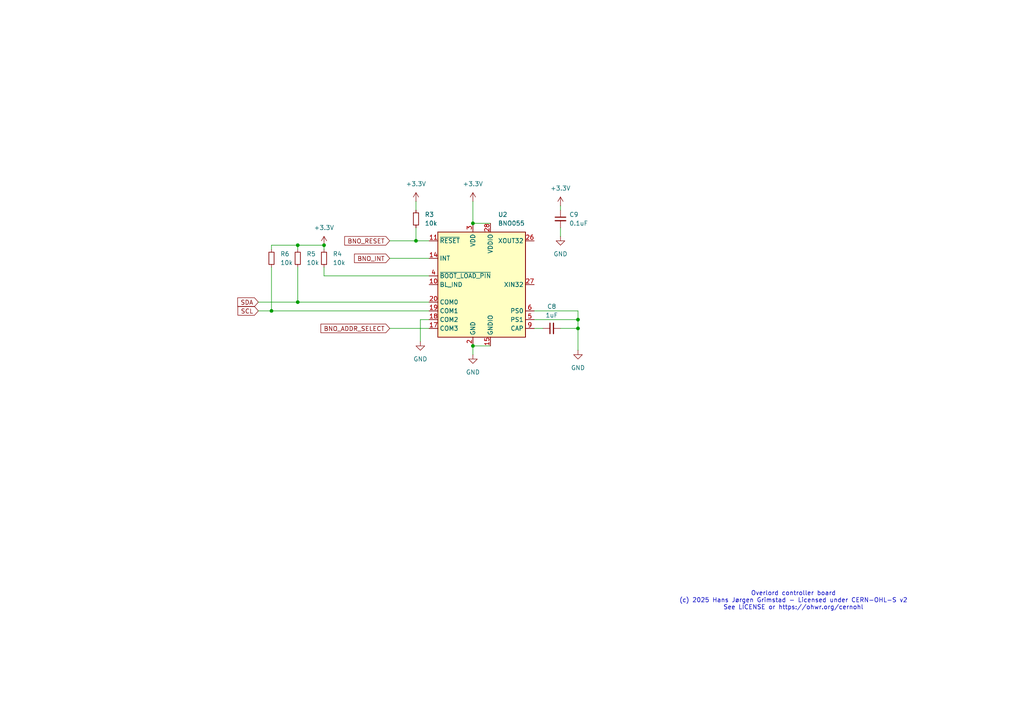
<source format=kicad_sch>
(kicad_sch (version 20231120) (generator "eeschema") (generator_version "8.0")
  (paper "A4")
  (title_block (title "IMU"))
  (lib_symbols
    (symbol "Device:C_Small" (pin_numbers hide) (pin_names (offset 0.254) hide)
      (property "Reference" "C" (at 0.254 1.778 0))
      (property "Value" "C_Small" (at 0.254 -2.032 0))
      (symbol "C_Small_0_1"
        (polyline (pts (xy -1.524 -0.508) (xy 1.524 -0.508)) (stroke (width 0.3302)))
        (polyline (pts (xy -1.524 0.508) (xy 1.524 0.508)) (stroke (width 0.3048)))
      )
      (symbol "C_Small_1_1"
        (pin passive line (at 0 2.54 270) (length 2.032) (name "~") (number "1"))
        (pin passive line (at 0 -2.54 90) (length 2.032) (name "~") (number "2"))
      )
    )
    (symbol "Device:R_Small" (pin_numbers hide) (pin_names (offset 0.254) hide)
      (property "Reference" "R" (at 0.762 0.508 0))
      (property "Value" "R_Small" (at 0.762 -1.016 0))
      (symbol "R_Small_0_1"
        (rectangle (start -0.762 1.778) (end 0.762 -1.778) (stroke (width 0.2032)))
      )
      (symbol "R_Small_1_1"
        (pin passive line (at 0 2.54 270) (length 0.762) (name "~") (number "1"))
        (pin passive line (at 0 -2.54 90) (length 0.762) (name "~") (number "2"))
      )
    )
    (symbol "Sensor_Motion:BNO055"
      (property "Reference" "U" (at -11.43 16.51 0))
      (property "Value" "BNO055" (at 12.7 16.51 0))
      (symbol "BNO055_0_1"
        (rectangle (start -12.7 15.24) (end 12.7 -15.24) (stroke (width 0.254)) (fill (type background)))
      )
      (symbol "BNO055_1_1"
        (pin no_connect line (at -12.7 10.16 0) (length 2.54) hide (name "PIN1") (number "1"))
        (pin output line (at -15.24 0 0) (length 2.54) (name "BL_IND") (number "10"))
        (pin input line (at -15.24 12.7 0) (length 2.54) (name "~{RESET}") (number "11"))
        (pin no_connect line (at 12.7 10.16 180) (length 2.54) hide (name "PIN12") (number "12"))
        (pin no_connect line (at 12.7 7.62 180) (length 2.54) hide (name "PIN13") (number "13"))
        (pin output line (at -15.24 7.62 0) (length 2.54) (name "INT") (number "14"))
        (pin power_in line (at 2.54 -17.78 90) (length 2.54) (name "GNDIO") (number "15"))
        (pin passive line (at 2.54 -17.78 90) (length 2.54) hide (name "GNDIO") (number "16"))
        (pin input line (at -15.24 -12.7 0) (length 2.54) (name "COM3") (number "17"))
        (pin passive line (at -15.24 -10.16 0) (length 2.54) (name "COM2") (number "18"))
        (pin bidirectional line (at -15.24 -7.62 0) (length 2.54) (name "COM1") (number "19"))
        (pin power_in line (at -2.54 -17.78 90) (length 2.54) (name "GND") (number "2"))
        (pin bidirectional line (at -15.24 -5.08 0) (length 2.54) (name "COM0") (number "20"))
        (pin no_connect line (at 12.7 5.08 180) (length 2.54) hide (name "PIN21") (number "21"))
        (pin no_connect line (at 12.7 2.54 180) (length 2.54) hide (name "PIN22") (number "22"))
        (pin no_connect line (at 12.7 -2.54 180) (length 2.54) hide (name "PIN23") (number "23"))
        (pin no_connect line (at 12.7 -5.08 180) (length 2.54) hide (name "PIN24") (number "24"))
        (pin passive line (at 2.54 -17.78 90) (length 2.54) hide (name "GNDIO") (number "25"))
        (pin output line (at 15.24 12.7 180) (length 2.54) (name "XOUT32") (number "26"))
        (pin input line (at 15.24 0 180) (length 2.54) (name "XIN32") (number "27"))
        (pin power_in line (at 2.54 17.78 270) (length 2.54) (name "VDDIO") (number "28"))
        (pin power_in line (at -2.54 17.78 270) (length 2.54) (name "VDD") (number "3"))
        (pin input line (at -15.24 2.54 0) (length 2.54) (name "~{BOOT_LOAD_PIN}") (number "4"))
        (pin input line (at 15.24 -10.16 180) (length 2.54) (name "PS1") (number "5"))
        (pin input line (at 15.24 -7.62 180) (length 2.54) (name "PS0") (number "6"))
        (pin no_connect line (at -12.7 5.08 0) (length 2.54) hide (name "PIN7") (number "7"))
        (pin no_connect line (at -12.7 -2.54 0) (length 2.54) hide (name "PIN8") (number "8"))
        (pin passive line (at 15.24 -12.7 180) (length 2.54) (name "CAP") (number "9"))
      )
    )
    (symbol "power:+3.3V" (power) (pin_numbers hide) (pin_names (offset 0) hide)
      (property "Value" "+3.3V" (at 0 3.556 0))
      (symbol "+3.3V_0_1"
        (polyline (pts (xy -0.762 1.27) (xy 0 2.54)))
        (polyline (pts (xy 0 0) (xy 0 2.54)))
        (polyline (pts (xy 0 2.54) (xy 0.762 1.27)))
      )
      (symbol "+3.3V_1_1"
        (pin power_in line (at 0 0 90) (length 0) (name "~") (number "1"))
      )
    )
    (symbol "power:GND" (power) (pin_numbers hide) (pin_names (offset 0) hide)
      (property "Value" "GND" (at 0 -3.81 0))
      (symbol "GND_0_1"
        (polyline (pts (xy 0 0) (xy 0 -1.27) (xy 1.27 -1.27) (xy 0 -2.54) (xy -1.27 -1.27) (xy 0 -1.27)))
      )
      (symbol "GND_1_1"
        (pin power_in line (at 0 0 270) (length 0) (name "~") (number "1"))
      )
    )
  )
  (junction (at 167.64 92.71))
  (junction (at 86.36 87.63))
  (junction (at 120.65 69.85))
  (junction (at 78.74 90.17))
  (junction (at 137.16 64.77))
  (junction (at 167.64 95.25))
  (junction (at 86.36 71.12))
  (junction (at 137.16 100.33))
  (junction (at 93.98 71.12))
  (wire (pts (xy 167.64 92.71) (xy 167.64 95.25)))
  (wire (pts (xy 124.46 80.01) (xy 93.98 80.01)))
  (wire (pts (xy 162.56 59.69) (xy 162.56 60.96)))
  (wire (pts (xy 154.94 92.71) (xy 167.64 92.71)))
  (wire (pts (xy 74.93 87.63) (xy 86.36 87.63)))
  (wire (pts (xy 93.98 77.47) (xy 93.98 80.01)))
  (wire (pts (xy 113.03 95.25) (xy 124.46 95.25)))
  (wire (pts (xy 86.36 72.39) (xy 86.36 71.12)))
  (wire (pts (xy 154.94 90.17) (xy 167.64 90.17)))
  (wire (pts (xy 86.36 71.12) (xy 93.98 71.12)))
  (wire (pts (xy 78.74 90.17) (xy 124.46 90.17)))
  (wire (pts (xy 137.16 64.77) (xy 142.24 64.77)))
  (wire (pts (xy 162.56 66.04) (xy 162.56 68.58)))
  (wire (pts (xy 120.65 69.85) (xy 120.65 66.04)))
  (wire (pts (xy 120.65 58.42) (xy 120.65 60.96)))
  (wire (pts (xy 137.16 100.33) (xy 142.24 100.33)))
  (wire (pts (xy 86.36 87.63) (xy 124.46 87.63)))
  (wire (pts (xy 78.74 77.47) (xy 78.74 90.17)))
  (wire (pts (xy 137.16 58.42) (xy 137.16 64.77)))
  (wire (pts (xy 162.56 95.25) (xy 167.64 95.25)))
  (wire (pts (xy 78.74 72.39) (xy 78.74 71.12)))
  (wire (pts (xy 121.92 92.71) (xy 121.92 99.06)))
  (wire (pts (xy 86.36 77.47) (xy 86.36 87.63)))
  (wire (pts (xy 113.03 69.85) (xy 120.65 69.85)))
  (wire (pts (xy 124.46 69.85) (xy 120.65 69.85)))
  (wire (pts (xy 93.98 71.12) (xy 93.98 72.39)))
  (wire (pts (xy 137.16 100.33) (xy 137.16 102.87)))
  (wire (pts (xy 167.64 95.25) (xy 167.64 101.6)))
  (wire (pts (xy 124.46 92.71) (xy 121.92 92.71)))
  (wire (pts (xy 113.03 74.93) (xy 124.46 74.93)))
  (wire (pts (xy 74.93 90.17) (xy 78.74 90.17)))
  (wire (pts (xy 154.94 95.25) (xy 157.48 95.25)))
  (wire (pts (xy 167.64 90.17) (xy 167.64 92.71)))
  (wire (pts (xy 78.74 71.12) (xy 86.36 71.12)))
  (text "Overlord controller board\n(c) 2025 Hans Jørgen Grimstad - Licensed under CERN-OHL-S v2\nSee LICENSE or https://ohwr.org/cernohl" (at 230.124 174.244 0) (effects (font (size 1.27 1.27))))
  (global_label "BNO_RESET" (shape input) (at 113.03 69.85 180) (property "Intersheetrefs" "${INTERSHEET_REFS}" (effects (hide yes))))
  (global_label "SCL" (shape input) (at 74.93 90.17 180) (property "Intersheetrefs" "${INTERSHEET_REFS}" (effects (hide yes))))
  (global_label "BNO_ADDR_SELECT" (shape input) (at 113.03 95.25 180) (property "Intersheetrefs" "${INTERSHEET_REFS}" (effects (hide yes))))
  (global_label "SDA" (shape input) (at 74.93 87.63 180) (property "Intersheetrefs" "${INTERSHEET_REFS}" (effects (hide yes))))
  (global_label "BNO_INT" (shape input) (at 113.03 74.93 180) (property "Intersheetrefs" "${INTERSHEET_REFS}" (effects (hide yes))))
  (symbol (lib_id "Sensor_Motion:BNO055") (at 139.7 82.55 0) (unit 1)
    (property "Reference" "U2" (at 144.4341 62.23 0) (effects (justify left)))
    (property "Value" "BNO055" (at 144.4341 64.77 0) (effects (justify left)))
    (property "Footprint" "Package_LGA:LGA-28_5.2x3.8mm_P0.5mm" (effects (hide yes)))
    (property "Datasheet" "https://www.bosch-sensortec.com/media/boschsensortec/downloads/datasheets/bst-bno055-ds000.pdf" (effects (hide yes)))
    (property "Description" "Intelligent 9-axis absolute orientation sensor, LGA-28" (effects (hide yes)))
  )
  (symbol (lib_id "power:GND") (at 121.92 99.06 0) (unit 1)
    (property "Reference" "#PWR017" (effects (hide yes)))
    (property "Value" "GND" (at 121.92 104.14 0))
    (property "Description" "Power symbol creates a global label with name \"GND\" , ground" (effects (hide yes)))
  )
  (symbol (lib_id "Device:C_Small") (at 160.02 95.25 90) (unit 1)
    (property "Reference" "C8" (at 160.0263 88.9 90))
    (property "Value" "1uF" (at 160.0263 91.44 90))
    (property "Footprint" "Capacitor_SMD:C_0402_1005Metric" (effects (hide yes)))
    (property "Description" "Unpolarized capacitor, small symbol" (effects (hide yes)))
  )
  (symbol (lib_id "Device:R_Small") (at 120.65 63.5 0) (unit 1)
    (property "Reference" "R3" (at 123.19 62.2299 0) (effects (justify left)))
    (property "Value" "10k" (at 123.19 64.7699 0) (effects (justify left)))
    (property "Footprint" "Resistor_SMD:R_0402_1005Metric" (effects (hide yes)))
    (property "Description" "Resistor, small symbol" (effects (hide yes)))
  )
  (symbol (lib_id "power:+3.3V") (at 93.98 71.12 0) (unit 1)
    (property "Reference" "#PWR013" (effects (hide yes)))
    (property "Value" "+3.3V" (at 93.98 66.04 0))
    (property "Description" "Power symbol creates a global label with name \"+3.3V\"" (effects (hide yes)))
  )
  (symbol (lib_id "Device:R_Small") (at 78.74 74.93 0) (unit 1)
    (property "Reference" "R6" (at 81.28 73.6599 0) (effects (justify left)))
    (property "Value" "10k" (at 81.28 76.1999 0) (effects (justify left)))
    (property "Footprint" "Resistor_SMD:R_0402_1005Metric" (effects (hide yes)))
    (property "Description" "Resistor, small symbol" (effects (hide yes)))
  )
  (symbol (lib_id "power:GND") (at 167.64 101.6 0) (unit 1)
    (property "Reference" "#PWR015" (effects (hide yes)))
    (property "Value" "GND" (at 167.64 106.68 0))
    (property "Description" "Power symbol creates a global label with name \"GND\" , ground" (effects (hide yes)))
  )
  (symbol (lib_id "power:+3.3V") (at 137.16 58.42 0) (unit 1)
    (property "Reference" "#PWR014" (effects (hide yes)))
    (property "Value" "+3.3V" (at 137.16 53.34 0))
    (property "Description" "Power symbol creates a global label with name \"+3.3V\"" (effects (hide yes)))
  )
  (symbol (lib_id "Device:C_Small") (at 162.56 63.5 0) (unit 1)
    (property "Reference" "C9" (at 165.1 62.2362 0) (effects (justify left)))
    (property "Value" "0.1uF" (at 165.1 64.7762 0) (effects (justify left)))
    (property "Footprint" "Capacitor_SMD:C_0402_1005Metric" (effects (hide yes)))
    (property "Description" "Unpolarized capacitor, small symbol" (effects (hide yes)))
  )
  (symbol (lib_id "Device:R_Small") (at 93.98 74.93 0) (unit 1)
    (property "Reference" "R4" (at 96.52 73.6599 0) (effects (justify left)))
    (property "Value" "10k" (at 96.52 76.1999 0) (effects (justify left)))
    (property "Footprint" "Resistor_SMD:R_0402_1005Metric" (effects (hide yes)))
    (property "Description" "Resistor, small symbol" (effects (hide yes)))
  )
  (symbol (lib_id "power:GND") (at 162.56 68.58 0) (unit 1)
    (property "Reference" "#PWR016" (effects (hide yes)))
    (property "Value" "GND" (at 162.56 73.66 0))
    (property "Description" "Power symbol creates a global label with name \"GND\" , ground" (effects (hide yes)))
  )
  (symbol (lib_id "power:+3.3V") (at 120.65 58.42 0) (unit 1)
    (property "Reference" "#PWR012" (effects (hide yes)))
    (property "Value" "+3.3V" (at 120.65 53.34 0))
    (property "Description" "Power symbol creates a global label with name \"+3.3V\"" (effects (hide yes)))
  )
  (symbol (lib_id "power:+3.3V") (at 162.56 59.69 0) (unit 1)
    (property "Reference" "#PWR010" (effects (hide yes)))
    (property "Value" "+3.3V" (at 162.56 54.61 0))
    (property "Description" "Power symbol creates a global label with name \"+3.3V\"" (effects (hide yes)))
  )
  (symbol (lib_id "Device:R_Small") (at 86.36 74.93 0) (unit 1)
    (property "Reference" "R5" (at 88.9 73.6599 0) (effects (justify left)))
    (property "Value" "10k" (at 88.9 76.1999 0) (effects (justify left)))
    (property "Footprint" "Resistor_SMD:R_0402_1005Metric" (effects (hide yes)))
    (property "Description" "Resistor, small symbol" (effects (hide yes)))
  )
  (symbol (lib_id "power:GND") (at 137.16 102.87 0) (unit 1)
    (property "Reference" "#PWR09" (effects (hide yes)))
    (property "Value" "GND" (at 137.16 107.95 0))
    (property "Description" "Power symbol creates a global label with name \"GND\" , ground" (effects (hide yes)))
  )
)
</source>
